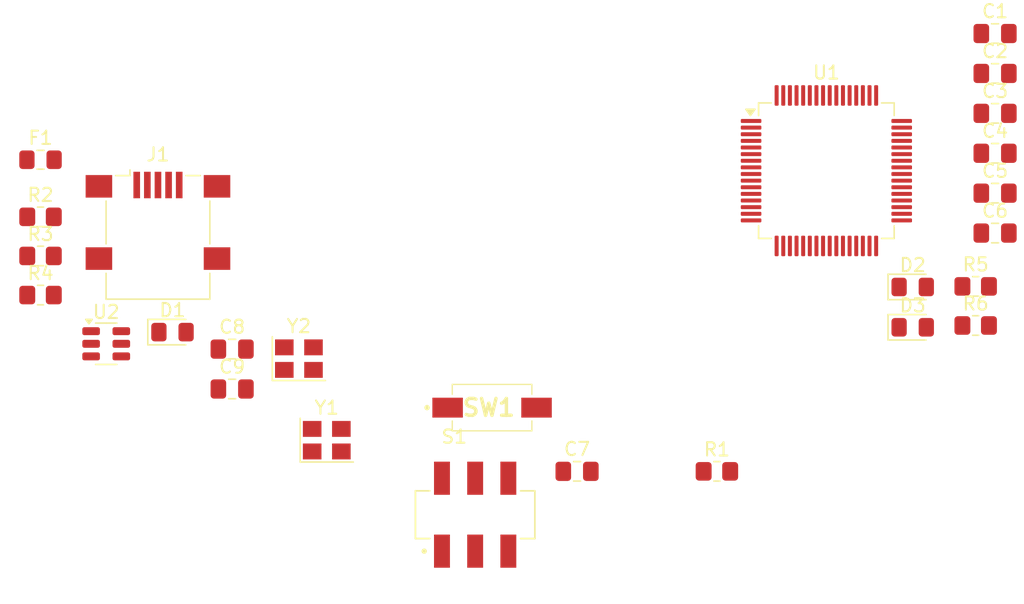
<source format=kicad_pcb>
(kicad_pcb (version 20241229) (generator "pcbnew") (generator_version "9.0")
  (layers (0 "F.Cu" signal) (2 "B.Cu" signal) (13 "F.Paste" user) (15 "B.Paste" user) (5 "F.SilkS" user "F.Silkscreen") (7 "B.SilkS" user "B.Silkscreen") (1 "F.Mask" user) (3 "B.Mask" user) (25 "Edge.Cuts" user))
  (net 0 "")
  (net 7 "/RESET")
  (net 50 "+3V3")
  (net 51 "GND")
  (net 55 "Net-(R1-Pad2)")
  (net 56 "/BOOT")
  (net 61 "/OSC_OUT")
  (net 62 "/OSC_IN")
  (net 63 "Net-(D1-A)")
  (net 64 "Net-(J1-VBUS)")
  (net 65 "Vusb")
  (net 68 "/D+")
  (net 70 "/D-")
  (net 73 "/USB_CONN_D-")
  (net 74 "/USB_CONN_D+")
  (net 75 "/USB_D-")
  (net 76 "/USB_D+")
  (net 77 "Net-(D2-A)")
  (net 78 "Net-(D3-A)")
  (net 79 "/USER_LED")
  (footprint "SW_uP_Boot:SW_JS202011SCQN" (layer "F.Cu") (at 99.2825 103.77)
    (property "Reference" "S1" (at -1.575 -5.885 0) (layer "F.SilkS"))
    (property "Value" "SW_uP_Boot")
    (fp_line (start -4.5 -1.8) (end -4.5 1.8) (stroke (width 0.127)) (layer "F.SilkS"))
    (fp_line (start -4.5 1.8) (end -3.42 1.8) (stroke (width 0.127)) (layer "F.SilkS"))
    (fp_line (start -3.42 -1.8) (end -4.5 -1.8) (stroke (width 0.127)) (layer "F.SilkS"))
    (fp_line (start 3.42 1.8) (end 4.5 1.8) (stroke (width 0.127)) (layer "F.SilkS"))
    (fp_line (start 4.5 -1.8) (end 3.42 -1.8) (stroke (width 0.127)) (layer "F.SilkS"))
    (fp_line (start 4.5 1.8) (end 4.5 -1.8) (stroke (width 0.127)) (layer "F.SilkS"))
    (fp_circle (center -3.84 2.75) (end -3.74 2.75) (stroke (width 0.2)) (fill no) (layer "F.SilkS"))
    (pad "1" smd rect (at -2.5 2.75) (size 1.2 2.5) (layers "F.Cu" "F.Mask" "F.Paste") (net 50 "+3V3"))
    (pad "2" smd rect (at 0 2.75) (size 1.2 2.5) (layers "F.Cu" "F.Mask" "F.Paste") (net 55 "Net-(R1-Pad2)"))
    (pad "3" smd rect (at 2.5 2.75) (size 1.2 2.5) (layers "F.Cu" "F.Mask" "F.Paste") (net 51 "GND"))
    (pad "4" smd rect (at -2.5 -2.75) (size 1.2 2.5) (layers "F.Cu" "F.Mask" "F.Paste"))
    (pad "5" smd rect (at 0 -2.75) (size 1.2 2.5) (layers "F.Cu" "F.Mask" "F.Paste"))
    (pad "6" smd rect (at 2.5 -2.75) (size 1.2 2.5) (layers "F.Cu" "F.Mask" "F.Paste"))
  )
  (footprint "SW_uP_Reset:SW_uP_Reset" (layer "F.Cu") (at 100.5575 95.695)
    (property "Reference" "SW1" (at -0.25 0 0) (layer "F.SilkS") (effects (font (size 1.27 1.27) (thickness 0.254))))
    (property "Value" "SW_uP_Reset" (hide yes))
    (fp_line (start -4.9 -0.1) (end -4.9 -0.1) (stroke (width 0.2)) (layer "F.SilkS"))
    (fp_line (start -4.9 0.1) (end -4.9 0.1) (stroke (width 0.2)) (layer "F.SilkS"))
    (fp_line (start -3 -1.75) (end 3 -1.75) (stroke (width 0.1)) (layer "F.SilkS"))
    (fp_line (start -3 -1) (end -3 -1.75) (stroke (width 0.1)) (layer "F.SilkS"))
    (fp_line (start -3 1) (end -3 1.75) (stroke (width 0.1)) (layer "F.SilkS"))
    (fp_line (start -3 1.75) (end 3 1.75) (stroke (width 0.1)) (layer "F.SilkS"))
    (fp_line (start 3 -1.75) (end 3 -1) (stroke (width 0.1)) (layer "F.SilkS"))
    (fp_line (start 3 1.75) (end 3 1) (stroke (width 0.1)) (layer "F.SilkS"))
    (fp_arc (start -4.9 -0.1) (mid -4.8 0) (end -4.9 0.1) (stroke (width 0.2)) (layer "F.SilkS"))
    (fp_arc (start -4.9 0.1) (mid -5 0) (end -4.9 -0.1) (stroke (width 0.2)) (layer "F.SilkS"))
    (pad "1" smd rect (at -3.35 0 90) (size 1.5 2.3) (layers "F.Cu" "F.Mask" "F.Paste") (net 51 "GND"))
    (pad "2" smd rect (at 3.35 0 90) (size 1.5 2.3) (layers "F.Cu" "F.Mask" "F.Paste") (net 7 "/RESET"))
  )
  (footprint "Capacitor_SMD:C_0805_2012Metric_Pad1.18x1.45mm_HandSolder" (layer "F.Cu") (at 138.4625 79.52)
    (property "Reference" "C5" (at 0 -1.68 0) (layer "F.SilkS"))
    (property "Value" "0.1uF")
    (fp_line (start -0.261252 -0.735) (end 0.261252 -0.735) (stroke (width 0.12)) (layer "F.SilkS"))
    (fp_line (start -0.261252 0.735) (end 0.261252 0.735) (stroke (width 0.12)) (layer "F.SilkS"))
    (pad "1" smd roundrect (at -1.0375 0) (size 1.175 1.45) (layers "F.Cu" "F.Mask" "F.Paste") (roundrect_rratio 0.212766) (net 50 "+3V3"))
    (pad "2" smd roundrect (at 1.0375 0) (size 1.175 1.45) (layers "F.Cu" "F.Mask" "F.Paste") (roundrect_rratio 0.212766) (net 51 "GND"))
  )
  (footprint "Connector_USB:USB_Mini-B_Lumberg_2486_01_Horizontal" (layer "F.Cu") (at 75.38 81.605)
    (property "Reference" "J1" (at 0 -5 0) (layer "F.SilkS"))
    (property "Value" "USB_B_Mini")
    (fp_line (start -3.91 1.74) (end -3.91 -1.49) (stroke (width 0.12)) (layer "F.SilkS"))
    (fp_line (start -3.91 5.91) (end -3.91 3.96) (stroke (width 0.12)) (layer "F.SilkS"))
    (fp_line (start -3.19 -3.41) (end -2.11 -3.41) (stroke (width 0.12)) (layer "F.SilkS"))
    (fp_line (start -2.11 -3.41) (end -2.11 -3.84) (stroke (width 0.12)) (layer "F.SilkS"))
    (fp_line (start 2.11 -3.41) (end 3.19 -3.41) (stroke (width 0.12)) (layer "F.SilkS"))
    (fp_line (start 3.91 1.74) (end 3.91 -1.49) (stroke (width 0.12)) (layer "F.SilkS"))
    (fp_line (start 3.91 5.91) (end -3.91 5.91) (stroke (width 0.12)) (layer "F.SilkS"))
    (fp_line (start 3.91 5.91) (end 3.91 3.96) (stroke (width 0.12)) (layer "F.SilkS"))
    (pad "" np_thru_hole circle (at -2.2 0) (size 1 1) (drill 1) (layers "*.Cu" "*.Mask"))
    (pad "" np_thru_hole circle (at 2.2 0) (size 1 1) (drill 1) (layers "*.Cu" "*.Mask"))
    (pad "1" smd rect (at -1.6 -2.7) (size 0.5 2) (layers "F.Cu" "F.Mask" "F.Paste") (net 64 "Net-(J1-VBUS)"))
    (pad "2" smd rect (at -0.8 -2.7) (size 0.5 2) (layers "F.Cu" "F.Mask" "F.Paste") (net 70 "/D-"))
    (pad "3" smd rect (at 0 -2.7) (size 0.5 2) (layers "F.Cu" "F.Mask" "F.Paste") (net 68 "/D+"))
    (pad "4" smd rect (at 0.8 -2.7) (size 0.5 2) (layers "F.Cu" "F.Mask" "F.Paste"))
    (pad "5" smd rect (at 1.6 -2.7) (size 0.5 2) (layers "F.Cu" "F.Mask" "F.Paste") (net 51 "GND"))
    (pad "6" smd rect (at -4.45 -2.6) (size 2 1.7) (layers "F.Cu" "F.Mask" "F.Paste"))
    (pad "6" smd rect (at -4.45 2.85) (size 2 1.7) (layers "F.Cu" "F.Mask" "F.Paste"))
    (pad "6" smd rect (at 4.45 -2.6) (size 2 1.7) (layers "F.Cu" "F.Mask" "F.Paste"))
    (pad "6" smd rect (at 4.45 2.85) (size 2 1.7) (layers "F.Cu" "F.Mask" "F.Paste"))
  )
  (footprint "Capacitor_SMD:C_0805_2012Metric_Pad1.18x1.45mm_HandSolder" (layer "F.Cu") (at 138.4625 67.48)
    (property "Reference" "C1" (at 0 -1.68 0) (layer "F.SilkS"))
    (property "Value" "0.1uF")
    (fp_line (start -0.261252 -0.735) (end 0.261252 -0.735) (stroke (width 0.12)) (layer "F.SilkS"))
    (fp_line (start -0.261252 0.735) (end 0.261252 0.735) (stroke (width 0.12)) (layer "F.SilkS"))
    (pad "1" smd roundrect (at -1.0375 0) (size 1.175 1.45) (layers "F.Cu" "F.Mask" "F.Paste") (roundrect_rratio 0.212766) (net 50 "+3V3"))
    (pad "2" smd roundrect (at 1.0375 0) (size 1.175 1.45) (layers "F.Cu" "F.Mask" "F.Paste") (roundrect_rratio 0.212766) (net 51 "GND"))
  )
  (footprint "Package_TO_SOT_SMD:SOT-23-6" (layer "F.Cu") (at 71.48 90.88)
    (property "Reference" "U2" (at 0 -2.4 0) (layer "F.SilkS"))
    (property "Value" "USBLC6-2SC6")
    (fp_line (start 0 -1.56) (end -0.8 -1.56) (stroke (width 0.12)) (layer "F.SilkS"))
    (fp_line (start 0 -1.56) (end 0.8 -1.56) (stroke (width 0.12)) (layer "F.SilkS"))
    (fp_line (start 0 1.56) (end -0.8 1.56) (stroke (width 0.12)) (layer "F.SilkS"))
    (fp_line (start 0 1.56) (end 0.8 1.56) (stroke (width 0.12)) (layer "F.SilkS"))
    (fp_poly (pts (xy -1.3 -1.51) (xy -1.54 -1.84) (xy -1.06 -1.84) (xy -1.3 -1.51)) (stroke (width 0.12)) (fill yes) (layer "F.SilkS"))
    (pad "1" smd roundrect (at -1.1375 -0.95) (size 1.325 0.6) (layers "F.Cu" "F.Mask" "F.Paste") (net 73 "/USB_CONN_D-"))
    (pad "2" smd roundrect (at -1.1375 0) (size 1.325 0.6) (layers "F.Cu" "F.Mask" "F.Paste") (net 51 "GND"))
    (pad "3" smd roundrect (at -1.1375 0.95) (size 1.325 0.6) (layers "F.Cu" "F.Mask" "F.Paste") (net 74 "/USB_CONN_D+"))
    (pad "4" smd roundrect (at 1.1375 0.95) (size 1.325 0.6) (layers "F.Cu" "F.Mask" "F.Paste") (net 76 "/USB_D+"))
    (pad "5" smd roundrect (at 1.1375 0) (size 1.325 0.6) (layers "F.Cu" "F.Mask" "F.Paste") (net 65 "Vusb"))
    (pad "6" smd roundrect (at 1.1375 -0.95) (size 1.325 0.6) (layers "F.Cu" "F.Mask" "F.Paste") (net 75 "/USB_D-"))
  )
  (footprint "Capacitor_SMD:C_0805_2012Metric_Pad1.18x1.45mm_HandSolder" (layer "F.Cu") (at 138.4625 76.51)
    (property "Reference" "C4" (at 0 -1.68 0) (layer "F.SilkS"))
    (property "Value" "0.1uF")
    (fp_line (start -0.261252 -0.735) (end 0.261252 -0.735) (stroke (width 0.12)) (layer "F.SilkS"))
    (fp_line (start -0.261252 0.735) (end 0.261252 0.735) (stroke (width 0.12)) (layer "F.SilkS"))
    (pad "1" smd roundrect (at -1.0375 0) (size 1.175 1.45) (layers "F.Cu" "F.Mask" "F.Paste") (roundrect_rratio 0.212766) (net 50 "+3V3"))
    (pad "2" smd roundrect (at 1.0375 0) (size 1.175 1.45) (layers "F.Cu" "F.Mask" "F.Paste") (roundrect_rratio 0.212766) (net 51 "GND"))
  )
  (footprint "Capacitor_SMD:C_0805_2012Metric_Pad1.18x1.45mm_HandSolder" (layer "F.Cu") (at 138.4625 70.49)
    (property "Reference" "C2" (at 0 -1.68 0) (layer "F.SilkS"))
    (property "Value" "0.1uF")
    (fp_line (start -0.261252 -0.735) (end 0.261252 -0.735) (stroke (width 0.12)) (layer "F.SilkS"))
    (fp_line (start -0.261252 0.735) (end 0.261252 0.735) (stroke (width 0.12)) (layer "F.SilkS"))
    (pad "1" smd roundrect (at -1.0375 0) (size 1.175 1.45) (layers "F.Cu" "F.Mask" "F.Paste") (roundrect_rratio 0.212766) (net 50 "+3V3"))
    (pad "2" smd roundrect (at 1.0375 0) (size 1.175 1.45) (layers "F.Cu" "F.Mask" "F.Paste") (roundrect_rratio 0.212766) (net 51 "GND"))
  )
  (footprint "Resistor_SMD:R_0805_2012Metric_Pad1.20x1.40mm_HandSolder" (layer "F.Cu") (at 137 89.5)
    (property "Reference" "R6" (at 0 -1.65 0) (layer "F.SilkS"))
    (property "Value" "10k")
    (fp_line (start -0.227064 -0.735) (end 0.227064 -0.735) (stroke (width 0.12)) (layer "F.SilkS"))
    (fp_line (start -0.227064 0.735) (end 0.227064 0.735) (stroke (width 0.12)) (layer "F.SilkS"))
    (pad "1" smd roundrect (at -1 0) (size 1.2 1.4) (layers "F.Cu" "F.Mask" "F.Paste") (roundrect_rratio 0.208333) (net 79 "/USER_LED"))
    (pad "2" smd roundrect (at 1 0) (size 1.2 1.4) (layers "F.Cu" "F.Mask" "F.Paste") (roundrect_rratio 0.208333) (net 78 "Net-(D3-A)"))
  )
  (footprint "Resistor_SMD:R_0805_2012Metric_Pad1.20x1.40mm_HandSolder" (layer "F.Cu") (at 66.53 84.255)
    (property "Reference" "R3" (at 0 -1.65 0) (layer "F.SilkS"))
    (property "Value" "22")
    (fp_line (start -0.227064 -0.735) (end 0.227064 -0.735) (stroke (width 0.12)) (layer "F.SilkS"))
    (fp_line (start -0.227064 0.735) (end 0.227064 0.735) (stroke (width 0.12)) (layer "F.SilkS"))
    (pad "1" smd roundrect (at -1 0) (size 1.2 1.4) (layers "F.Cu" "F.Mask" "F.Paste") (roundrect_rratio 0.208333) (net 68 "/D+"))
    (pad "2" smd roundrect (at 1 0) (size 1.2 1.4) (layers "F.Cu" "F.Mask" "F.Paste") (roundrect_rratio 0.208333) (net 74 "/USB_CONN_D+"))
  )
  (footprint "Crystal:Crystal_SMD_Abracon_ABM8G-4Pin_3.2x2.5mm" (layer "F.Cu") (at 86 92)
    (property "Reference" "Y2" (at 0 -2.45 0) (layer "F.SilkS"))
    (property "Value" "16MHz")
    (fp_line (start -2 -1.65) (end -2 1.65) (stroke (width 0.12)) (layer "F.SilkS"))
    (fp_line (start -2 1.65) (end 2 1.65) (stroke (width 0.12)) (layer "F.SilkS"))
    (pad "1" smd rect (at -1.1 0.85) (size 1.4 1.2) (layers "F.Cu" "F.Mask" "F.Paste") (net 62 "/OSC_IN"))
    (pad "2" smd rect (at 1.1 0.85) (size 1.4 1.2) (layers "F.Cu" "F.Mask" "F.Paste") (net 51 "GND"))
    (pad "3" smd rect (at 1.1 -0.85) (size 1.4 1.2) (layers "F.Cu" "F.Mask" "F.Paste") (net 61 "/OSC_OUT"))
    (pad "4" smd rect (at -1.1 -0.85) (size 1.4 1.2) (layers "F.Cu" "F.Mask" "F.Paste") (net 51 "GND"))
  )
  (footprint "LED_SMD:LED_0805_2012Metric_Pad1.15x1.40mm_HandSolder" (layer "F.Cu") (at 132.255 89.635)
    (property "Reference" "D3" (at 0 -1.65 0) (layer "F.SilkS"))
    (property "Value" "USER_LED")
    (fp_line (start -1.86 -0.96) (end -1.86 0.96) (stroke (width 0.12)) (layer "F.SilkS"))
    (fp_line (start -1.86 0.96) (end 1 0.96) (stroke (width 0.12)) (layer "F.SilkS"))
    (fp_line (start 1 -0.96) (end -1.86 -0.96) (stroke (width 0.12)) (layer "F.SilkS"))
    (pad "1" smd roundrect (at -1.025 0) (size 1.15 1.4) (layers "F.Cu" "F.Mask" "F.Paste") (roundrect_rratio 0.217391) (net 51 "GND"))
    (pad "2" smd roundrect (at 1.025 0) (size 1.15 1.4) (layers "F.Cu" "F.Mask" "F.Paste") (roundrect_rratio 0.217391) (net 78 "Net-(D3-A)"))
  )
  (footprint "LED_SMD:LED_0805_2012Metric_Pad1.15x1.40mm_HandSolder" (layer "F.Cu") (at 132.255 86.595)
    (property "Reference" "D2" (at 0 -1.65 0) (layer "F.SilkS"))
    (property "Value" "uP_PWR_LED")
    (fp_line (start -1.86 -0.96) (end -1.86 0.96) (stroke (width 0.12)) (layer "F.SilkS"))
    (fp_line (start -1.86 0.96) (end 1 0.96) (stroke (width 0.12)) (layer "F.SilkS"))
    (fp_line (start 1 -0.96) (end -1.86 -0.96) (stroke (width 0.12)) (layer "F.SilkS"))
    (pad "1" smd roundrect (at -1.025 0) (size 1.15 1.4) (layers "F.Cu" "F.Mask" "F.Paste") (roundrect_rratio 0.217391) (net 51 "GND"))
    (pad "2" smd roundrect (at 1.025 0) (size 1.15 1.4) (layers "F.Cu" "F.Mask" "F.Paste") (roundrect_rratio 0.217391) (net 77 "Net-(D2-A)"))
  )
  (footprint "Resistor_SMD:R_0805_2012Metric_Pad1.20x1.40mm_HandSolder" (layer "F.Cu") (at 66.53 87.205)
    (property "Reference" "R4" (at 0 -1.65 0) (layer "F.SilkS"))
    (property "Value" "10k")
    (fp_line (start -0.227064 -0.735) (end 0.227064 -0.735) (stroke (width 0.12)) (layer "F.SilkS"))
    (fp_line (start -0.227064 0.735) (end 0.227064 0.735) (stroke (width 0.12)) (layer "F.SilkS"))
    (pad "1" smd roundrect (at -1 0) (size 1.2 1.4) (layers "F.Cu" "F.Mask" "F.Paste") (roundrect_rratio 0.208333) (net 65 "Vusb"))
    (pad "2" smd roundrect (at 1 0) (size 1.2 1.4) (layers "F.Cu" "F.Mask" "F.Paste") (roundrect_rratio 0.208333) (net 63 "Net-(D1-A)"))
  )
  (footprint "Capacitor_SMD:C_0805_2012Metric_Pad1.18x1.45mm_HandSolder" (layer "F.Cu") (at 138.4625 73.5)
    (property "Reference" "C3" (at 0 -1.68 0) (layer "F.SilkS"))
    (property "Value" "0.1uF")
    (fp_line (start -0.261252 -0.735) (end 0.261252 -0.735) (stroke (width 0.12)) (layer "F.SilkS"))
    (fp_line (start -0.261252 0.735) (end 0.261252 0.735) (stroke (width 0.12)) (layer "F.SilkS"))
    (pad "1" smd roundrect (at -1.0375 0) (size 1.175 1.45) (layers "F.Cu" "F.Mask" "F.Paste") (roundrect_rratio 0.212766) (net 50 "+3V3"))
    (pad "2" smd roundrect (at 1.0375 0) (size 1.175 1.45) (layers "F.Cu" "F.Mask" "F.Paste") (roundrect_rratio 0.212766) (net 51 "GND"))
  )
  (footprint "Capacitor_SMD:C_0805_2012Metric_Pad1.18x1.45mm_HandSolder" (layer "F.Cu") (at 138.4625 82.53)
    (property "Reference" "C6" (at 0 -1.68 0) (layer "F.SilkS"))
    (property "Value" "10uF")
    (fp_line (start -0.261252 -0.735) (end 0.261252 -0.735) (stroke (width 0.12)) (layer "F.SilkS"))
    (fp_line (start -0.261252 0.735) (end 0.261252 0.735) (stroke (width 0.12)) (layer "F.SilkS"))
    (pad "1" smd roundrect (at -1.0375 0) (size 1.175 1.45) (layers "F.Cu" "F.Mask" "F.Paste") (roundrect_rratio 0.212766) (net 50 "+3V3"))
    (pad "2" smd roundrect (at 1.0375 0) (size 1.175 1.45) (layers "F.Cu" "F.Mask" "F.Paste") (roundrect_rratio 0.212766) (net 51 "GND"))
  )
  (footprint "Resistor_SMD:R_0805_2012Metric_Pad1.20x1.40mm_HandSolder" (layer "F.Cu") (at 117.5 100.5)
    (property "Reference" "R1" (at 0 -1.65 0) (layer "F.SilkS"))
    (property "Value" "10k")
    (fp_line (start -0.227064 -0.735) (end 0.227064 -0.735) (stroke (width 0.12)) (layer "F.SilkS"))
    (fp_line (start -0.227064 0.735) (end 0.227064 0.735) (stroke (width 0.12)) (layer "F.SilkS"))
    (pad "1" smd roundrect (at -1 0) (size 1.2 1.4) (layers "F.Cu" "F.Mask" "F.Paste") (roundrect_rratio 0.208333) (net 56 "/BOOT"))
    (pad "2" smd roundrect (at 1 0) (size 1.2 1.4) (layers "F.Cu" "F.Mask" "F.Paste") (roundrect_rratio 0.208333) (net 55 "Net-(R1-Pad2)"))
  )
  (footprint "Capacitor_SMD:C_0805_2012Metric_Pad1.18x1.45mm_HandSolder" (layer "F.Cu") (at 80.97 91.28)
    (property "Reference" "C8" (at 0 -1.68 0) (layer "F.SilkS"))
    (property "Value" "22pF")
    (fp_line (start -0.261252 -0.735) (end 0.261252 -0.735) (stroke (width 0.12)) (layer "F.SilkS"))
    (fp_line (start -0.261252 0.735) (end 0.261252 0.735) (stroke (width 0.12)) (layer "F.SilkS"))
    (pad "1" smd roundrect (at -1.0375 0) (size 1.175 1.45) (layers "F.Cu" "F.Mask" "F.Paste") (roundrect_rratio 0.212766) (net 51 "GND"))
    (pad "2" smd roundrect (at 1.0375 0) (size 1.175 1.45) (layers "F.Cu" "F.Mask" "F.Paste") (roundrect_rratio 0.212766) (net 61 "/OSC_OUT"))
  )
  (footprint "Fuse:Fuse_0805_2012Metric_Pad1.15x1.40mm_HandSolder" (layer "F.Cu") (at 66.53 77)
    (property "Reference" "F1" (at 0 -1.65 0) (layer "F.SilkS"))
    (property "Value" "PTCSMD")
    (fp_line (start -0.261252 -0.71) (end 0.261252 -0.71) (stroke (width 0.12)) (layer "F.SilkS"))
    (fp_line (start -0.261252 0.71) (end 0.261252 0.71) (stroke (width 0.12)) (layer "F.SilkS"))
    (pad "1" smd roundrect (at -1.025 0) (size 1.15 1.4) (layers "F.Cu" "F.Mask" "F.Paste") (roundrect_rratio 0.217391) (net 65 "Vusb"))
    (pad "2" smd roundrect (at 1.025 0) (size 1.15 1.4) (layers "F.Cu" "F.Mask" "F.Paste") (roundrect_rratio 0.217391) (net 64 "Net-(J1-VBUS)"))
  )
  (footprint "Capacitor_SMD:C_0805_2012Metric_Pad1.18x1.45mm_HandSolder" (layer "F.Cu") (at 106.9625 100.5)
    (property "Reference" "C7" (at 0 -1.68 0) (layer "F.SilkS"))
    (property "Value" "0.01uF")
    (fp_line (start -0.261252 -0.735) (end 0.261252 -0.735) (stroke (width 0.12)) (layer "F.SilkS"))
    (fp_line (start -0.261252 0.735) (end 0.261252 0.735) (stroke (width 0.12)) (layer "F.SilkS"))
    (pad "1" smd roundrect (at -1.0375 0) (size 1.175 1.45) (layers "F.Cu" "F.Mask" "F.Paste") (roundrect_rratio 0.212766) (net 51 "GND"))
    (pad "2" smd roundrect (at 1.0375 0) (size 1.175 1.45) (layers "F.Cu" "F.Mask" "F.Paste") (roundrect_rratio 0.212766) (net 7 "/RESET"))
  )
  (footprint "Package_QFP:LQFP-64_10x10mm_P0.5mm" (layer "F.Cu") (at 125.75 77.825)
    (property "Reference" "U1" (at 0 -7.4 0) (layer "F.SilkS"))
    (property "Value" "STM32F103RCTx")
    (fp_line (start -5.11 -5.11) (end -5.11 -4.16) (stroke (width 0.12)) (layer "F.SilkS"))
    (fp_line (start -5.11 5.11) (end -5.11 4.16) (stroke (width 0.12)) (layer "F.SilkS"))
    (fp_line (start -4.16 -5.11) (end -5.11 -5.11) (stroke (width 0.12)) (layer "F.SilkS"))
    (fp_line (start -4.16 5.11) (end -5.11 5.11) (stroke (width 0.12)) (layer "F.SilkS"))
    (fp_line (start 4.16 -5.11) (end 5.11 -5.11) (stroke (width 0.12)) (layer "F.SilkS"))
    (fp_line (start 4.16 5.11) (end 5.11 5.11) (stroke (width 0.12)) (layer "F.SilkS"))
    (fp_line (start 5.11 -5.11) (end 5.11 -4.16) (stroke (width 0.12)) (layer "F.SilkS"))
    (fp_line (start 5.11 5.11) (end 5.11 4.16) (stroke (width 0.12)) (layer "F.SilkS"))
    (fp_poly (pts (xy -5.725 -4.16) (xy -6.065 -4.63) (xy -5.385 -4.63) (xy -5.725 -4.16)) (stroke (width 0.12)) (fill yes) (layer "F.SilkS"))
    (pad "1" smd roundrect (at -5.675 -3.75) (size 1.55 0.3) (layers "F.Cu" "F.Mask" "F.Paste"))
    (pad "2" smd roundrect (at -5.675 -3.25) (size 1.55 0.3) (layers "F.Cu" "F.Mask" "F.Paste"))
    (pad "3" smd roundrect (at -5.675 -2.75) (size 1.55 0.3) (layers "F.Cu" "F.Mask" "F.Paste"))
    (pad "4" smd roundrect (at -5.675 -2.25) (size 1.55 0.3) (layers "F.Cu" "F.Mask" "F.Paste"))
    (pad "5" smd roundrect (at -5.675 -1.75) (size 1.55 0.3) (layers "F.Cu" "F.Mask" "F.Paste") (net 62 "/OSC_IN"))
    (pad "6" smd roundrect (at -5.675 -1.25) (size 1.55 0.3) (layers "F.Cu" "F.Mask" "F.Paste") (net 61 "/OSC_OUT"))
    (pad "7" smd roundrect (at -5.675 -0.75) (size 1.55 0.3) (layers "F.Cu" "F.Mask" "F.Paste") (net 7 "/RESET"))
    (pad "8" smd roundrect (at -5.675 -0.25) (size 1.55 0.3) (layers "F.Cu" "F.Mask" "F.Paste"))
    (pad "9" smd roundrect (at -5.675 0.25) (size 1.55 0.3) (layers "F.Cu" "F.Mask" "F.Paste"))
    (pad "10" smd roundrect (at -5.675 0.75) (size 1.55 0.3) (layers "F.Cu" "F.Mask" "F.Paste"))
    (pad "11" smd roundrect (at -5.675 1.25) (size 1.55 0.3) (layers "F.Cu" "F.Mask" "F.Paste"))
    (pad "12" smd roundrect (at -5.675 1.75) (size 1.55 0.3) (layers "F.Cu" "F.Mask" "F.Paste") (net 51 "GND"))
    (pad "13" smd roundrect (at -5.675 2.25) (size 1.55 0.3) (layers "F.Cu" "F.Mask" "F.Paste") (net 50 "+3V3"))
    (pad "14" smd roundrect (at -5.675 2.75) (size 1.55 0.3) (layers "F.Cu" "F.Mask" "F.Paste"))
    (pad "15" smd roundrect (at -5.675 3.25) (size 1.55 0.3) (layers "F.Cu" "F.Mask" "F.Paste"))
    (pad "16" smd roundrect (at -5.675 3.75) (size 1.55 0.3) (layers "F.Cu" "F.Mask" "F.Paste"))
    (pad "17" smd roundrect (at -3.75 5.675) (size 0.3 1.55) (layers "F.Cu" "F.Mask" "F.Paste"))
    (pad "18" smd roundrect (at -3.25 5.675) (size 0.3 1.55) (layers "F.Cu" "F.Mask" "F.Paste") (net 51 "GND"))
    (pad "19" smd roundrect (at -2.75 5.675) (size 0.3 1.55) (layers "F.Cu" "F.Mask" "F.Paste") (net 50 "+3V3"))
    (pad "20" smd roundrect (at -2.25 5.675) (size 0.3 1.55) (layers "F.Cu" "F.Mask" "F.Paste"))
    (pad "21" smd roundrect (at -1.75 5.675) (size 0.3 1.55) (layers "F.Cu" "F.Mask" "F.Paste"))
    (pad "22" smd roundrect (at -1.25 5.675) (size 0.3 1.55) (layers "F.Cu" "F.Mask" "F.Paste"))
    (pad "23" smd roundrect (at -0.75 5.675) (size 0.3 1.55) (layers "F.Cu" "F.Mask" "F.Paste"))
    (pad "24" smd roundrect (at -0.25 5.675) (size 0.3 1.55) (layers "F.Cu" "F.Mask" "F.Paste"))
    (pad "25" smd roundrect (at 0.25 5.675) (size 0.3 1.55) (layers "F.Cu" "F.Mask" "F.Paste"))
    (pad "26" smd roundrect (at 0.75 5.675) (size 0.3 1.55) (layers "F.Cu" "F.Mask" "F.Paste"))
    (pad "27" smd roundrect (at 1.25 5.675) (size 0.3 1.55) (layers "F.Cu" "F.Mask" "F.Paste"))
    (pad "28" smd roundrect (at 1.75 5.675) (size 0.3 1.55) (layers "F.Cu" "F.Mask" "F.Paste"))
    (pad "29" smd roundrect (at 2.25 5.675) (size 0.3 1.55) (layers "F.Cu" "F.Mask" "F.Paste"))
    (pad "30" smd roundrect (at 2.75 5.675) (size 0.3 1.55) (layers "F.Cu" "F.Mask" "F.Paste"))
    (pad "31" smd roundrect (at 3.25 5.675) (size 0.3 1.55) (layers "F.Cu" "F.Mask" "F.Paste") (net 51 "GND"))
    (pad "32" smd roundrect (at 3.75 5.675) (size 0.3 1.55) (layers "F.Cu" "F.Mask" "F.Paste") (net 50 "+3V3"))
    (pad "33" smd roundrect (at 5.675 3.75) (size 1.55 0.3) (layers "F.Cu" "F.Mask" "F.Paste"))
    (pad "34" smd roundrect (at 5.675 3.25) (size 1.55 0.3) (layers "F.Cu" "F.Mask" "F.Paste"))
    (pad "35" smd roundrect (at 5.675 2.75) (size 1.55 0.3) (layers "F.Cu" "F.Mask" "F.Paste"))
    (pad "36" smd roundrect (at 5.675 2.25) (size 1.55 0.3) (layers "F.Cu" "F.Mask" "F.Paste"))
    (pad "37" smd roundrect (at 5.675 1.75) (size 1.55 0.3) (layers "F.Cu" "F.Mask" "F.Paste"))
    (pad "38" smd roundrect (at 5.675 1.25) (size 1.55 0.3) (layers "F.Cu" "F.Mask" "F.Paste"))
    (pad "39" smd roundrect (at 5.675 0.75) (size 1.55 0.3) (layers "F.Cu" "F.Mask" "F.Paste"))
    (pad "40" smd roundrect (at 5.675 0.25) (size 1.55 0.3) (layers "F.Cu" "F.Mask" "F.Paste"))
    (pad "41" smd roundrect (at 5.675 -0.25) (size 1.55 0.3) (layers "F.Cu" "F.Mask" "F.Paste"))
    (pad "42" smd roundrect (at 5.675 -0.75) (size 1.55 0.3) (layers "F.Cu" "F.Mask" "F.Paste"))
    (pad "43" smd roundrect (at 5.675 -1.25) (size 1.55 0.3) (layers "F.Cu" "F.Mask" "F.Paste"))
    (pad "44" smd roundrect (at 5.675 -1.75) (size 1.55 0.3) (layers "F.Cu" "F.Mask" "F.Paste") (net 75 "/USB_D-"))
    (pad "45" smd roundrect (at 5.675 -2.25) (size 1.55 0.3) (layers "F.Cu" "F.Mask" "F.Paste") (net 76 "/USB_D+"))
    (pad "46" smd roundrect (at 5.675 -2.75) (size 1.55 0.3) (layers "F.Cu" "F.Mask" "F.Paste"))
    (pad "47" smd roundrect (at 5.675 -3.25) (size 1.55 0.3) (layers "F.Cu" "F.Mask" "F.Paste") (net 51 "GND"))
    (pad "48" smd roundrect (at 5.675 -3.75) (size 1.55 0.3) (layers "F.Cu" "F.Mask" "F.Paste") (net 50 "+3V3"))
    (pad "49" smd roundrect (at 3.75 -5.675) (size 0.3 1.55) (layers "F.Cu" "F.Mask" "F.Paste"))
    (pad "50" smd roundrect (at 3.25 -5.675) (size 0.3 1.55) (layers "F.Cu" "F.Mask" "F.Paste"))
    (pad "51" smd roundrect (at 2.75 -5.675) (size 0.3 1.55) (layers "F.Cu" "F.Mask" "F.Paste"))
    (pad "52" smd roundrect (at 2.25 -5.675) (size 0.3 1.55) (layers "F.Cu" "F.Mask" "F.Paste"))
    (pad "53" smd roundrect (at 1.75 -5.675) (size 0.3 1.55) (layers "F.Cu" "F.Mask" "F.Paste"))
    (pad "54" smd roundrect (at 1.25 -5.675) (size 0.3 1.55) (layers "F.Cu" "F.Mask" "F.Paste"))
    (pad "55" smd roundrect (at 0.75 -5.675) (size 0.3 1.55) (layers "F.Cu" "F.Mask" "F.Paste"))
    (pad "56" smd roundrect (at 0.25 -5.675) (size 0.3 1.55) (layers "F.Cu" "F.Mask" "F.Paste"))
    (pad "57" smd roundrect (at -0.25 -5.675) (size 0.3 1.55) (layers "F.Cu" "F.Mask" "F.Paste"))
    (pad "58" smd roundrect (at -0.75 -5.675) (size 0.3 1.55) (layers "F.Cu" "F.Mask" "F.Paste"))
    (pad "59" smd roundrect (at -1.25 -5.675) (size 0.3 1.55) (layers "F.Cu" "F.Mask" "F.Paste"))
    (pad "60" smd roundrect (at -1.75 -5.675) (size 0.3 1.55) (layers "F.Cu" "F.Mask" "F.Paste") (net 56 "/BOOT"))
    (pad "61" smd roundrect (at -2.25 -5.675) (size 0.3 1.55) (layers "F.Cu" "F.Mask" "F.Paste"))
    (pad "62" smd roundrect (at -2.75 -5.675) (size 0.3 1.55) (layers "F.Cu" "F.Mask" "F.Paste"))
    (pad "63" smd roundrect (at -3.25 -5.675) (size 0.3 1.55) (layers "F.Cu" "F.Mask" "F.Paste") (net 51 "GND"))
    (pad "64" smd roundrect (at -3.75 -5.675) (size 0.3 1.55) (layers "F.Cu" "F.Mask" "F.Paste") (net 50 "+3V3"))
  )
  (footprint "Crystal:Crystal_SMD_Abracon_ABM8G-4Pin_3.2x2.5mm" (layer "F.Cu") (at 88.1 98.15)
    (property "Reference" "Y1" (at 0 -2.45 0) (layer "F.SilkS"))
    (property "Value" "Crystal_GND23")
    (fp_line (start -2 -1.65) (end -2 1.65) (stroke (width 0.12)) (layer "F.SilkS"))
    (fp_line (start -2 1.65) (end 2 1.65) (stroke (width 0.12)) (layer "F.SilkS"))
    (pad "1" smd rect (at -1.1 0.85) (size 1.4 1.2) (layers "F.Cu" "F.Mask" "F.Paste"))
    (pad "2" smd rect (at 1.1 0.85) (size 1.4 1.2) (layers "F.Cu" "F.Mask" "F.Paste"))
    (pad "3" smd rect (at 1.1 -0.85) (size 1.4 1.2) (layers "F.Cu" "F.Mask" "F.Paste"))
    (pad "4" smd rect (at -1.1 -0.85) (size 1.4 1.2) (layers "F.Cu" "F.Mask" "F.Paste"))
  )
  (footprint "Capacitor_SMD:C_0805_2012Metric_Pad1.18x1.45mm_HandSolder" (layer "F.Cu") (at 80.97 94.29)
    (property "Reference" "C9" (at 0 -1.68 0) (layer "F.SilkS"))
    (property "Value" "22pF")
    (fp_line (start -0.261252 -0.735) (end 0.261252 -0.735) (stroke (width 0.12)) (layer "F.SilkS"))
    (fp_line (start -0.261252 0.735) (end 0.261252 0.735) (stroke (width 0.12)) (layer "F.SilkS"))
    (pad "1" smd roundrect (at -1.0375 0) (size 1.175 1.45) (layers "F.Cu" "F.Mask" "F.Paste") (roundrect_rratio 0.212766) (net 51 "GND"))
    (pad "2" smd roundrect (at 1.0375 0) (size 1.175 1.45) (layers "F.Cu" "F.Mask" "F.Paste") (roundrect_rratio 0.212766) (net 62 "/OSC_IN"))
  )
  (footprint "Resistor_SMD:R_0805_2012Metric_Pad1.20x1.40mm_HandSolder" (layer "F.Cu") (at 137 86.55)
    (property "Reference" "R5" (at 0 -1.65 0) (layer "F.SilkS"))
    (property "Value" "10k")
    (fp_line (start -0.227064 -0.735) (end 0.227064 -0.735) (stroke (width 0.12)) (layer "F.SilkS"))
    (fp_line (start -0.227064 0.735) (end 0.227064 0.735) (stroke (width 0.12)) (layer "F.SilkS"))
    (pad "1" smd roundrect (at -1 0) (size 1.2 1.4) (layers "F.Cu" "F.Mask" "F.Paste") (roundrect_rratio 0.208333) (net 50 "+3V3"))
    (pad "2" smd roundrect (at 1 0) (size 1.2 1.4) (layers "F.Cu" "F.Mask" "F.Paste") (roundrect_rratio 0.208333) (net 77 "Net-(D2-A)"))
  )
  (footprint "Resistor_SMD:R_0805_2012Metric_Pad1.20x1.40mm_HandSolder" (layer "F.Cu") (at 66.53 81.305)
    (property "Reference" "R2" (at 0 -1.65 0) (layer "F.SilkS"))
    (property "Value" "22")
    (fp_line (start -0.227064 -0.735) (end 0.227064 -0.735) (stroke (width 0.12)) (layer "F.SilkS"))
    (fp_line (start -0.227064 0.735) (end 0.227064 0.735) (stroke (width 0.12)) (layer "F.SilkS"))
    (pad "1" smd roundrect (at -1 0) (size 1.2 1.4) (layers "F.Cu" "F.Mask" "F.Paste") (roundrect_rratio 0.208333) (net 70 "/D-"))
    (pad "2" smd roundrect (at 1 0) (size 1.2 1.4) (layers "F.Cu" "F.Mask" "F.Paste") (roundrect_rratio 0.208333) (net 73 "/USB_CONN_D-"))
  )
  (footprint "LED_SMD:LED_0805_2012Metric_Pad1.15x1.40mm_HandSolder" (layer "F.Cu") (at 76.475 90)
    (property "Reference" "D1" (at 0 -1.65 0) (layer "F.SilkS"))
    (property "Value" "USB_PWR_LED")
    (fp_line (start -1.86 -0.96) (end -1.86 0.96) (stroke (width 0.12)) (layer "F.SilkS"))
    (fp_line (start -1.86 0.96) (end 1 0.96) (stroke (width 0.12)) (layer "F.SilkS"))
    (fp_line (start 1 -0.96) (end -1.86 -0.96) (stroke (width 0.12)) (layer "F.SilkS"))
    (pad "1" smd roundrect (at -1.025 0) (size 1.15 1.4) (layers "F.Cu" "F.Mask" "F.Paste") (roundrect_rratio 0.217391) (net 51 "GND"))
    (pad "2" smd roundrect (at 1.025 0) (size 1.15 1.4) (layers "F.Cu" "F.Mask" "F.Paste") (roundrect_rratio 0.217391) (net 63 "Net-(D1-A)"))
  )
)
</source>
